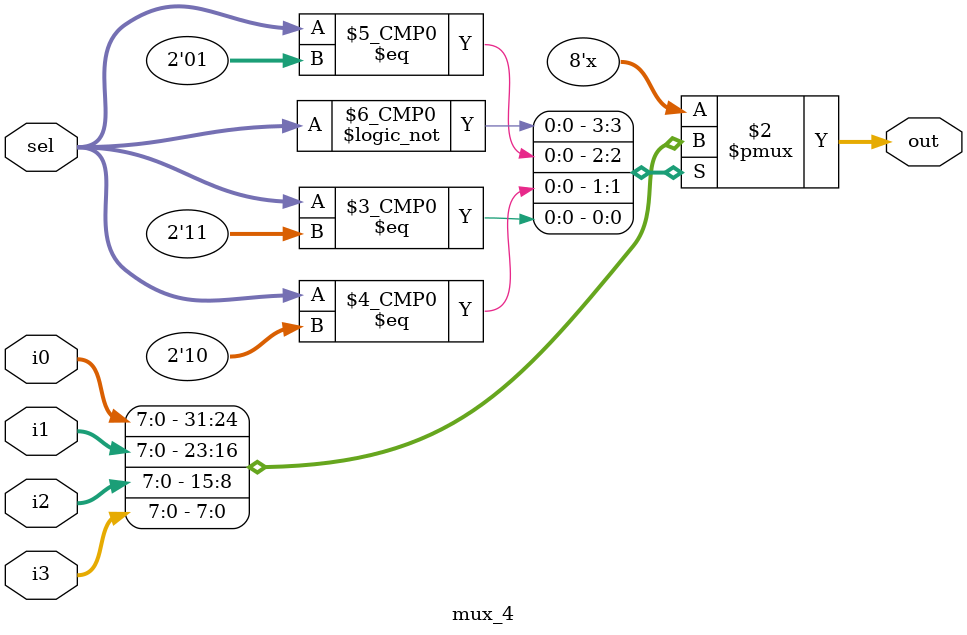
<source format=v>
module mux_4 
#(
    parameter N = 8
)
(
    i0,
    i1,
    i2,
    i3,
    sel,
    out
);

input           [N-1:0]     i0;
input           [N-1:0]     i1;
input           [N-1:0]     i2;
input           [N-1:0]     i3;
input           [1:0]       sel;
output  reg     [N-1:0]     out;


always @(*) begin
    case (sel)
    2'd0: out = i0;
    2'd1: out = i1;
    2'd2: out = i2;
    2'd3: out = i3;
    endcase
end

endmodule
</source>
